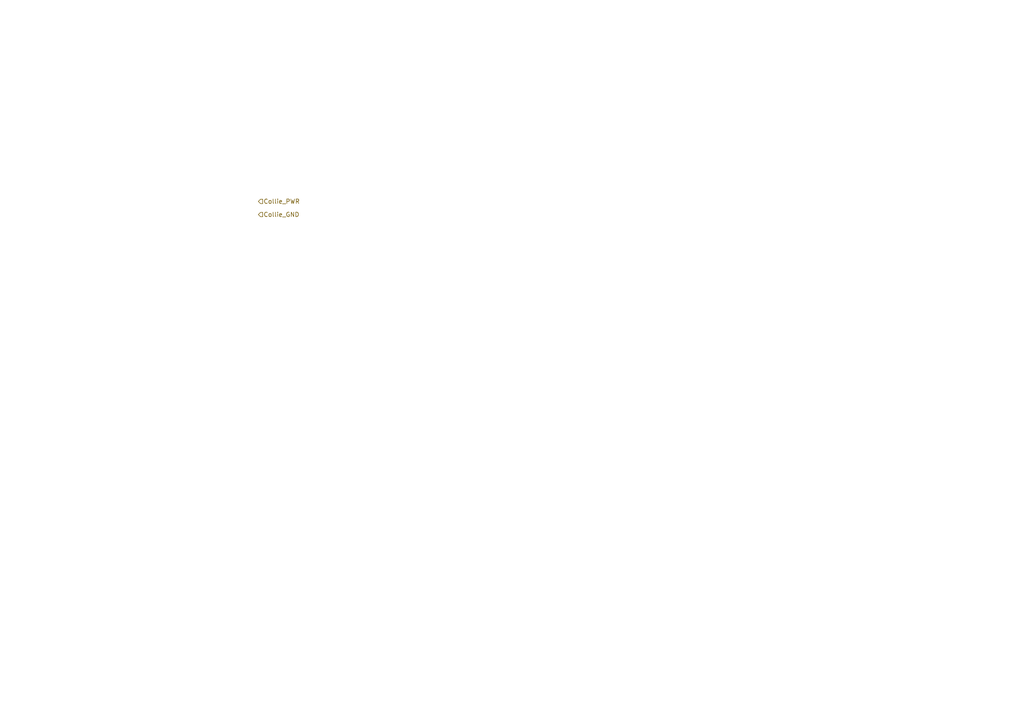
<source format=kicad_sch>
(kicad_sch (version 20230121) (generator eeschema)
  (paper "A4")
  (lib_symbols)
  (hierarchical_label "Collie_PWR" (shape input) (at 74.93 58.42 0))
  (hierarchical_label "Collie_GND" (shape input) (at 74.93 62.23 0))
)
</source>
